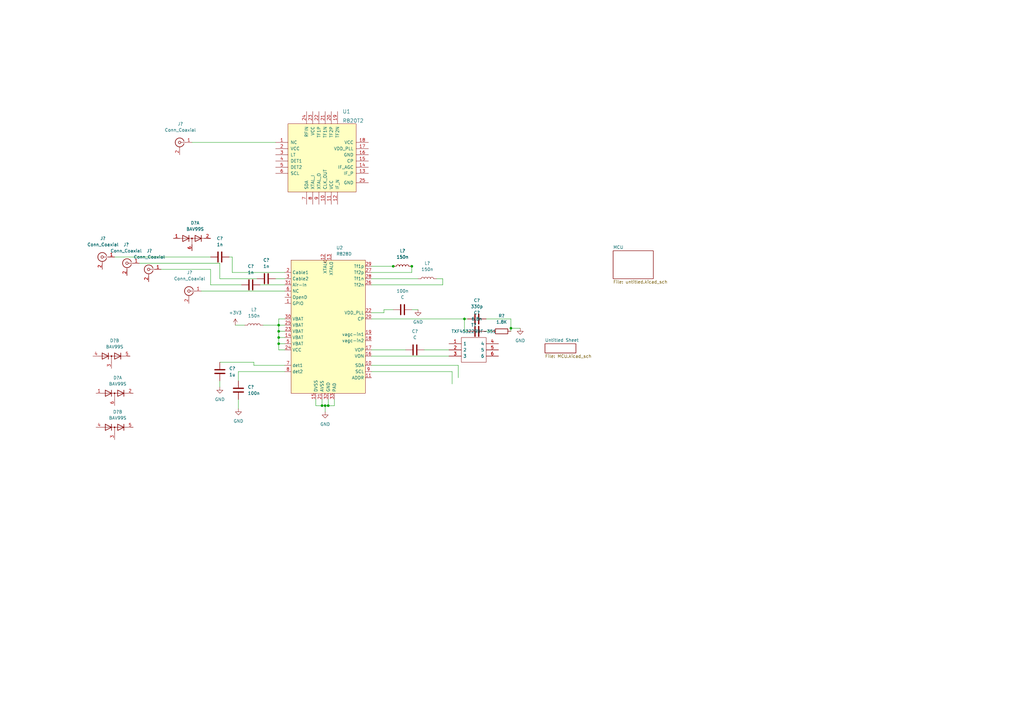
<source format=kicad_sch>
(kicad_sch (version 20211123) (generator eeschema)
  (paper "A3")
  (lib_symbols
    (symbol "Conn_Coaxial_1" (pin_names (offset 1.016) hide)
      (property "Reference" "J?" (at 0.3174 7.62 0))
      (property "Value" "Conn_Coaxial_1" (at 0.3174 5.08 0))
      (symbol "Conn_Coaxial_1_0_1"
        (arc (start -1.778 -0.508) (mid 0.2311 -1.8066) (end 1.778 0) (stroke (width 0.254)))
        (polyline (pts (xy -2.54 0) (xy -0.508 0)))
        (polyline (pts (xy 0 -2.54) (xy 0 -1.778)))
        (circle (center 0 0) (radius 0.508) (stroke (width 0.2032)))
        (arc (start 1.778 0) (mid 0.2099 1.8101) (end -1.778 0.508) (stroke (width 0.254)))
      )
      (symbol "Conn_Coaxial_1_1_1"
        (pin passive line (at -5.08 0 0) (length 2.54) (name "In") (number "1"))
        (pin passive line (at 0 -5.08 90) (length 2.54) (name "Ext") (number "2"))
      )
    )
    (symbol "Connector:Conn_Coaxial" (pin_names (offset 1.016) hide)
      (property "Reference" "J" (at 0.254 3.048 0))
      (property "Value" "Conn_Coaxial" (at 2.921 0 90))
      (symbol "Conn_Coaxial_0_1"
        (arc (start -1.778 -0.508) (mid 0.2311 -1.8066) (end 1.778 0) (stroke (width 0.254)))
        (polyline (pts (xy -2.54 0) (xy -0.508 0)))
        (polyline (pts (xy 0 -2.54) (xy 0 -1.778)))
        (circle (center 0 0) (radius 0.508) (stroke (width 0.2032)))
        (arc (start 1.778 0) (mid 0.2099 1.8101) (end -1.778 0.508) (stroke (width 0.254)))
      )
      (symbol "Conn_Coaxial_1_1"
        (pin passive line (at -5.08 0 0) (length 2.54) (name "In") (number "1"))
        (pin passive line (at 0 -5.08 90) (length 2.54) (name "Ext") (number "2"))
      )
    )
    (symbol "Device:C" (pin_numbers hide) (pin_names (offset 0.254))
      (property "Reference" "C" (at 0.635 2.54 0))
      (property "Value" "C" (at 0.635 -2.54 0))
      (symbol "C_0_1"
        (polyline (pts (xy -2.032 -0.762) (xy 2.032 -0.762)) (stroke (width 0.508)))
        (polyline (pts (xy -2.032 0.762) (xy 2.032 0.762)) (stroke (width 0.508)))
      )
      (symbol "C_1_1"
        (pin passive line (at 0 3.81 270) (length 2.794) (name "~") (number "1"))
        (pin passive line (at 0 -3.81 90) (length 2.794) (name "~") (number "2"))
      )
    )
    (symbol "Device:L" (pin_numbers hide) (pin_names (offset 1.016) hide)
      (property "Reference" "L" (at -1.27 0 90))
      (property "Value" "L" (at 1.905 0 90))
      (symbol "L_0_1"
        (arc (start 0 -2.54) (mid 0.635 -1.905) (end 0 -1.27))
        (arc (start 0 -1.27) (mid 0.635 -0.635) (end 0 0))
        (arc (start 0 0) (mid 0.635 0.635) (end 0 1.27))
        (arc (start 0 1.27) (mid 0.635 1.905) (end 0 2.54))
      )
      (symbol "L_1_1"
        (pin passive line (at 0 3.81 270) (length 1.27) (name "1") (number "1"))
        (pin passive line (at 0 -3.81 90) (length 1.27) (name "2") (number "2"))
      )
    )
    (symbol "Device:R" (pin_numbers hide) (pin_names (offset 0))
      (property "Reference" "R" (at 2.032 0 90))
      (property "Value" "R" (at 0 0 90))
      (symbol "R_0_1"
        (rectangle (start -1.016 -2.54) (end 1.016 2.54) (stroke (width 0.254)))
      )
      (symbol "R_1_1"
        (pin passive line (at 0 3.81 270) (length 1.27) (name "~") (number "1"))
        (pin passive line (at 0 -3.81 90) (length 1.27) (name "~") (number "2"))
      )
    )
    (symbol "Diode:BAV99S" (pin_names (offset 0.0254) hide)
      (property "Reference" "D" (at 0 2.54 0))
      (property "Value" "BAV99S" (at 0 5.08 0))
      (symbol "BAV99S_0_1"
        (polyline (pts (xy -5.08 0) (xy 5.08 0)))
        (polyline (pts (xy 0 0) (xy 0 -2.54)))
        (polyline (pts (xy -1.27 -1.27) (xy -1.27 1.27) (xy -1.27 1.27)) (stroke (width 0.254)))
        (polyline (pts (xy 3.81 1.27) (xy 3.81 -1.27) (xy 3.81 -1.27)) (stroke (width 0.254)))
        (polyline (pts (xy -3.81 1.27) (xy -1.27 0) (xy -3.81 -1.27) (xy -3.81 1.27) (xy -3.81 1.27) (xy -3.81 1.27)) (stroke (width 0.254)))
        (polyline (pts (xy 1.27 1.27) (xy 3.81 0) (xy 1.27 -1.27) (xy 1.27 1.27) (xy 1.27 1.27) (xy 1.27 1.27)) (stroke (width 0.254)))
        (circle (center 0 0) (radius 0.254) (fill (type outline)))
      )
      (symbol "BAV99S_1_1"
        (polyline (pts (xy 6.35 0) (xy 7.62 0)))
        (pin passive line (at -7.62 0 0) (length 2.54) (name "A1") (number "1"))
        (pin passive line (at 7.62 0 180) (length 2.54) (name "K2") (number "2"))
        (pin passive line (at 0 -5.08 90) (length 2.54) (name "K3A4") (number "6"))
      )
      (symbol "BAV99S_2_1"
        (polyline (pts (xy 6.35 0) (xy 7.62 0)))
        (pin passive line (at 0 -5.08 90) (length 2.54) (name "K1A2") (number "3"))
        (pin passive line (at -7.62 0 0) (length 2.54) (name "A3") (number "4"))
        (pin passive line (at 7.62 0 180) (length 2.54) (name "K4") (number "5"))
      )
    )
    (symbol "Samacsys:TXF453229NF-351" (pin_names (offset 0.762))
      (property "Reference" "T" (at 16.51 7.62 0))
      (property "Value" "TXF453229NF-351" (at 16.51 5.08 0))
      (symbol "TXF453229NF-351_0_0"
        (pin passive line (at 0 0 0) (length 5.08) (name "1") (number "1"))
        (pin passive line (at 0 -2.54 0) (length 5.08) (name "2") (number "2"))
        (pin passive line (at 0 -5.08 0) (length 5.08) (name "3") (number "3"))
        (pin passive line (at 20.32 0 180) (length 5.08) (name "4") (number "4"))
        (pin passive line (at 20.32 -2.54 180) (length 5.08) (name "5") (number "5"))
        (pin passive line (at 20.32 -5.08 180) (length 5.08) (name "6") (number "6"))
      )
      (symbol "TXF453229NF-351_0_1"
        (polyline (pts (xy 5.08 2.54) (xy 15.24 2.54) (xy 15.24 -7.62) (xy 5.08 -7.62) (xy 5.08 2.54)) (stroke (width 0.1524)))
      )
    )
    (symbol "power:+3V3" (power) (pin_names (offset 0))
      (property "Value" "+3V3" (at 0 3.556 0))
      (symbol "+3V3_0_1"
        (polyline (pts (xy -0.762 1.27) (xy 0 2.54)))
        (polyline (pts (xy 0 0) (xy 0 2.54)))
        (polyline (pts (xy 0 2.54) (xy 0.762 1.27)))
      )
      (symbol "+3V3_1_1"
        (pin power_in line (at 0 0 90) (length 0) hide (name "+3V3") (number "1"))
      )
    )
    (symbol "power:GND" (power) (pin_names (offset 0))
      (property "Value" "GND" (at 0 -3.81 0))
      (symbol "GND_0_1"
        (polyline (pts (xy 0 0) (xy 0 -1.27) (xy 1.27 -1.27) (xy 0 -2.54) (xy -1.27 -1.27) (xy 0 -1.27)))
      )
      (symbol "GND_1_1"
        (pin power_in line (at 0 0 270) (length 0) hide (name "GND") (number "1"))
      )
    )
    (symbol "tuner:R820T2" (pin_names (offset 1.016))
      (property "Reference" "U" (at -1.27 5.08 0))
      (property "Value" "R820T2" (at 0 0 0))
      (symbol "R820T2_0_1"
        (rectangle (start -13.97 13.97) (end 13.97 -13.97) (fill (type background)))
      )
      (symbol "R820T2_1_1"
        (pin passive line (at -19.05 6.35 0) (length 5.08) (name "NC") (number "1"))
        (pin output line (at 1.27 -19.05 90) (length 5.08) (name "CLK_OUT") (number "10"))
        (pin power_in line (at 3.81 -19.05 90) (length 5.08) (name "VCC") (number "11"))
        (pin output line (at 6.35 -19.05 90) (length 5.08) (name "IF_N") (number "12"))
        (pin output line (at 19.05 -6.35 180) (length 5.08) (name "IF_P") (number "13"))
        (pin input line (at 19.05 -3.81 180) (length 5.08) (name "IF_AGC") (number "14"))
        (pin passive line (at 19.05 -1.27 180) (length 5.08) (name "CP") (number "15"))
        (pin power_in line (at 19.05 1.27 180) (length 5.08) (name "GND") (number "16"))
        (pin passive line (at 19.05 3.81 180) (length 5.08) (name "VDD_PLL") (number "17"))
        (pin power_in line (at 19.05 6.35 180) (length 5.08) (name "VCC") (number "18"))
        (pin passive line (at 6.35 19.05 270) (length 5.08) (name "TF2N") (number "19"))
        (pin power_in line (at -19.05 3.81 0) (length 5.08) (name "VCC") (number "2"))
        (pin passive line (at 3.81 19.05 270) (length 5.08) (name "TF2P") (number "20"))
        (pin passive line (at 1.27 19.05 270) (length 5.08) (name "TF1N") (number "21"))
        (pin passive line (at -1.27 19.05 270) (length 5.08) (name "TF1P") (number "22"))
        (pin power_in line (at -3.81 19.05 270) (length 5.08) (name "VCC") (number "23"))
        (pin input line (at -6.35 19.05 270) (length 5.08) (name "RFIN") (number "24"))
        (pin power_in line (at 19.05 -10.16 180) (length 5.08) (name "GND") (number "25"))
        (pin output line (at -19.05 1.27 0) (length 5.08) (name "LT") (number "3"))
        (pin passive line (at -19.05 -1.27 0) (length 5.08) (name "DET1") (number "4"))
        (pin passive line (at -19.05 -3.81 0) (length 5.08) (name "DET2") (number "5"))
        (pin input line (at -19.05 -6.35 0) (length 5.08) (name "SCL") (number "6"))
        (pin bidirectional line (at -6.35 -19.05 90) (length 5.08) (name "SDA") (number "7"))
        (pin input line (at -3.81 -19.05 90) (length 5.08) (name "XTAL_I") (number "8"))
        (pin output line (at -1.27 -19.05 90) (length 5.08) (name "XTAL_O") (number "9"))
      )
    )
    (symbol "tuner:R828D"
      (property "Reference" "U2" (at 3.2894 31.75 0))
      (property "Value" "R828D" (at 3.2894 29.21 0))
      (symbol "R828D_0_1"
        (rectangle (start -15.24 26.67) (end 15.24 -27.94) (fill (type background)))
      )
      (symbol "R828D_1_1"
        (pin bidirectional line (at -17.78 8.89 0) (length 2.54) (name "GPIO") (number "1"))
        (pin bidirectional line (at 17.78 -16.51 180) (length 2.54) (name "SDA") (number "10"))
        (pin power_in line (at 17.78 -21.59 180) (length 2.54) (name "ADDR") (number "11"))
        (pin input clock (at -1.27 29.21 270) (length 2.54) (name "XTALI") (number "12"))
        (pin output line (at 1.27 29.21 270) (length 2.54) (name "XTALO") (number "13"))
        (pin power_in line (at -17.78 -5.08 0) (length 2.54) (name "VBAT") (number "14"))
        (pin power_in line (at -5.08 -30.48 90) (length 2.54) (name "DVSS") (number "15"))
        (pin output line (at 17.78 -12.7 180) (length 2.54) (name "VON") (number "16"))
        (pin output line (at 17.78 -10.16 180) (length 2.54) (name "VOP") (number "17"))
        (pin passive line (at 17.78 -6.35 180) (length 2.54) (name "vagc-in2") (number "18"))
        (pin passive line (at 17.78 -3.81 180) (length 2.54) (name "vagc-in1") (number "19"))
        (pin input line (at -17.78 21.59 0) (length 2.54) (name "Cable1") (number "2"))
        (pin passive line (at 17.78 2.54 180) (length 2.54) (name "CP") (number "20"))
        (pin power_in line (at -2.54 -30.48 90) (length 2.54) (name "AVSS") (number "21"))
        (pin passive line (at 17.78 5.08 180) (length 2.54) (name "VDD_PLL") (number "22"))
        (pin power_in line (at -17.78 -2.54 0) (length 2.54) (name "VBAT") (number "23"))
        (pin power_in line (at -17.78 -10.16 0) (length 2.54) (name "VCC") (number "24"))
        (pin power_in line (at -17.78 0 0) (length 2.54) (name "VBAT") (number "25"))
        (pin passive line (at 17.78 16.51 180) (length 2.54) (name "Tf2n") (number "26"))
        (pin passive line (at 17.78 21.59 180) (length 2.54) (name "Tf2p") (number "27"))
        (pin passive line (at 17.78 19.05 180) (length 2.54) (name "Tf1n") (number "28"))
        (pin passive line (at 17.78 24.13 180) (length 2.54) (name "Tf1p") (number "29"))
        (pin input line (at -17.78 19.05 0) (length 2.54) (name "Cable2") (number "3"))
        (pin power_in line (at -17.78 2.54 0) (length 2.54) (name "VBAT") (number "30"))
        (pin input line (at -17.78 16.51 0) (length 2.54) (name "Air-In") (number "31"))
        (pin power_in line (at 0 -30.48 90) (length 2.54) (name "GND") (number "32"))
        (pin power_in line (at 2.54 -30.48 90) (length 2.54) (name "PAD") (number "33"))
        (pin passive line (at -17.78 11.43 0) (length 2.54) (name "OpenD") (number "4"))
        (pin power_in line (at -17.78 -7.62 0) (length 2.54) (name "VBAT") (number "5"))
        (pin passive line (at -17.78 13.97 0) (length 2.54) (name "NC") (number "6"))
        (pin passive line (at -17.78 -16.51 0) (length 2.54) (name "det1") (number "7"))
        (pin passive line (at -17.78 -19.05 0) (length 2.54) (name "det2") (number "8"))
        (pin input line (at 17.78 -19.05 180) (length 2.54) (name "SCL") (number "9"))
      )
    )
  )
  (junction (at 132.08 166.37))
  (junction (at 134.62 166.37))
  (junction (at 209.55 134.62))
  (junction (at 114.3 135.89))
  (junction (at 133.35 166.37))
  (junction (at 190.5 130.81))
  (junction (at 114.3 140.97))
  (junction (at 114.3 138.43))
  (junction (at 161.29 109.22))
  (junction (at 114.3 133.35))
  (junction (at 168.91 109.22))
  (wire (pts (xy 152.4 116.84) (xy 181.61 116.84)))
  (wire (pts (xy 209.55 130.81) (xy 209.55 134.62)))
  (wire (pts (xy 116.84 138.43) (xy 114.3 138.43)))
  (wire (pts (xy 86.36 116.84) (xy 86.36 110.49)))
  (wire (pts (xy 190.5 130.81) (xy 191.77 130.81)))
  (wire (pts (xy 86.36 105.41) (xy 46.99 105.41)))
  (wire (pts (xy 116.84 149.86) (xy 104.14 149.86)))
  (wire (pts (xy 104.14 149.86) (xy 104.14 148.59)))
  (wire (pts (xy 191.77 135.89) (xy 190.5 135.89)))
  (wire (pts (xy 152.4 114.3) (xy 171.45 114.3)))
  (wire (pts (xy 132.08 166.37) (xy 133.35 166.37)))
  (wire (pts (xy 168.91 111.76) (xy 152.4 111.76)))
  (wire (pts (xy 114.3 140.97) (xy 114.3 138.43)))
  (wire (pts (xy 114.3 133.35) (xy 116.84 133.35)))
  (wire (pts (xy 116.84 114.3) (xy 113.03 114.3)))
  (wire (pts (xy 152.4 143.51) (xy 166.37 143.51)))
  (wire (pts (xy 116.84 140.97) (xy 114.3 140.97)))
  (wire (pts (xy 57.15 107.95) (xy 90.17 107.95)))
  (wire (pts (xy 95.25 111.76) (xy 95.25 105.41)))
  (wire (pts (xy 199.39 135.89) (xy 201.93 135.89)))
  (wire (pts (xy 105.41 114.3) (xy 90.17 114.3)))
  (wire (pts (xy 86.36 110.49) (xy 66.04 110.49)))
  (wire (pts (xy 152.4 128.27) (xy 157.48 128.27)))
  (wire (pts (xy 152.4 146.05) (xy 184.15 146.05)))
  (wire (pts (xy 199.39 130.81) (xy 209.55 130.81)))
  (wire (pts (xy 82.55 119.38) (xy 116.84 119.38)))
  (wire (pts (xy 104.14 148.59) (xy 90.17 148.59)))
  (wire (pts (xy 96.52 133.35) (xy 100.33 133.35)))
  (wire (pts (xy 152.4 152.4) (xy 185.42 152.4)))
  (wire (pts (xy 95.25 105.41) (xy 93.98 105.41)))
  (wire (pts (xy 97.79 163.83) (xy 97.79 167.64)))
  (wire (pts (xy 116.84 143.51) (xy 114.3 143.51)))
  (wire (pts (xy 132.08 163.83) (xy 132.08 166.37)))
  (wire (pts (xy 114.3 143.51) (xy 114.3 140.97)))
  (wire (pts (xy 116.84 152.4) (xy 97.79 152.4)))
  (wire (pts (xy 190.5 130.81) (xy 190.5 135.89)))
  (wire (pts (xy 181.61 114.3) (xy 179.07 114.3)))
  (wire (pts (xy 134.62 163.83) (xy 134.62 166.37)))
  (wire (pts (xy 116.84 130.81) (xy 114.3 130.81)))
  (wire (pts (xy 152.4 149.86) (xy 187.96 149.86)))
  (wire (pts (xy 114.3 135.89) (xy 114.3 133.35)))
  (wire (pts (xy 168.91 127) (xy 171.45 127)))
  (wire (pts (xy 133.35 166.37) (xy 134.62 166.37)))
  (wire (pts (xy 181.61 114.3) (xy 181.61 116.84)))
  (wire (pts (xy 168.91 109.22) (xy 168.91 111.76)))
  (wire (pts (xy 209.55 134.62) (xy 209.55 135.89)))
  (wire (pts (xy 107.95 133.35) (xy 114.3 133.35)))
  (wire (pts (xy 116.84 116.84) (xy 106.68 116.84)))
  (wire (pts (xy 114.3 138.43) (xy 114.3 135.89)))
  (wire (pts (xy 137.16 163.83) (xy 137.16 166.37)))
  (wire (pts (xy 152.4 109.22) (xy 161.29 109.22)))
  (wire (pts (xy 97.79 152.4) (xy 97.79 156.21)))
  (wire (pts (xy 152.4 130.81) (xy 190.5 130.81)))
  (wire (pts (xy 133.35 166.37) (xy 133.35 168.91)))
  (wire (pts (xy 78.74 58.42) (xy 113.03 58.42)))
  (wire (pts (xy 129.54 166.37) (xy 132.08 166.37)))
  (wire (pts (xy 137.16 166.37) (xy 134.62 166.37)))
  (wire (pts (xy 209.55 134.62) (xy 213.36 134.62)))
  (wire (pts (xy 129.54 163.83) (xy 129.54 166.37)))
  (wire (pts (xy 90.17 114.3) (xy 90.17 107.95)))
  (wire (pts (xy 185.42 152.4) (xy 185.42 157.48)))
  (wire (pts (xy 116.84 111.76) (xy 95.25 111.76)))
  (wire (pts (xy 173.99 143.51) (xy 184.15 143.51)))
  (wire (pts (xy 157.48 128.27) (xy 157.48 127)))
  (wire (pts (xy 187.96 149.86) (xy 187.96 154.94)))
  (wire (pts (xy 116.84 135.89) (xy 114.3 135.89)))
  (wire (pts (xy 157.48 127) (xy 161.29 127)))
  (wire (pts (xy 114.3 130.81) (xy 114.3 133.35)))
  (wire (pts (xy 99.06 116.84) (xy 86.36 116.84)))
  (wire (pts (xy 90.17 156.21) (xy 90.17 158.75)))
  (symbol (lib_id "Device:C") (at 97.79 160.02 0) (unit 1)
    (property "Reference" "C?" (at 101.6 158.7499 0) (effects (justify left)))
    (property "Value" "100n" (at 101.6 161.2899 0) (effects (justify left)))
  )
  (symbol (lib_id "Device:C") (at 195.58 130.81 90) (unit 1)
    (property "Reference" "C?" (at 195.58 123.19 90))
    (property "Value" "330p" (at 195.58 125.73 90))
  )
  (symbol (lib_id "power:GND") (at 133.35 168.91 0) (unit 1)
    (property "Reference" "#PWR?" (effects hide))
    (property "Value" "GND" (at 133.35 173.99 0))
  )
  (symbol (lib_id "Device:C") (at 90.17 152.4 0) (unit 1)
    (property "Reference" "C?" (at 93.98 151.1299 0) (effects (justify left)))
    (property "Value" "1u" (at 93.98 153.6699 0) (effects (justify left)))
  )
  (symbol (lib_id "tuner:R820T2") (at 132.08 64.77 0) (unit 1)
    (property "Reference" "U1" (at 140.4494 45.72 0) (effects (font (size 1.524 1.524)) (justify left)))
    (property "Value" "R820T2" (at 140.4494 49.53 0) (effects (font (size 1.524 1.524)) (justify left)))
    (property "Footprint" "Package_DFN_QFN:QFN-24-1EP_4x4mm_P0.5mm_EP2.15x2.15mm" (effects hide))
  )
  (symbol (lib_id "Device:L") (at 104.14 133.35 90) (unit 1)
    (property "Reference" "L?" (at 104.14 127 90))
    (property "Value" "150n" (at 104.14 129.54 90))
  )
  (symbol (lib_id "Connector:Conn_Coaxial") (at 77.47 119.38 0) (mirror y) (unit 1)
    (property "Reference" "J?" (at 77.7874 111.76 0))
    (property "Value" "Conn_Coaxial" (at 77.7874 114.3 0))
    (property "Footprint" "Connector_Coaxial:U.FL_Hirose_U.FL-R-SMT-1_Vertical" (effects hide))
    (property "Datasheet" " ~" (effects hide))
  )
  (symbol (lib_id "Device:C") (at 165.1 127 90) (unit 1)
    (property "Reference" "100n" (at 165.1 119.38 90))
    (property "Value" "C" (at 165.1 121.92 90))
  )
  (symbol (lib_id "power:GND") (at 90.17 158.75 0) (unit 1)
    (property "Reference" "#PWR?" (effects hide))
    (property "Value" "GND" (at 90.17 163.83 0))
  )
  (symbol (lib_id "tuner:R828D") (at 134.62 133.35 0) (unit 1)
    (property "Reference" "U2" (at 137.9094 101.6 0) (effects (justify left)))
    (property "Value" "R828D" (at 137.9094 104.14 0) (effects (justify left)))
    (property "Footprint" "Package_DFN_QFN:QFN-32-1EP_5x5mm_P0.5mm_EP3.1x3.1mm" (effects hide))
  )
  (symbol (lib_id "Device:R") (at 205.74 135.89 90) (unit 1)
    (property "Reference" "R?" (at 205.74 129.54 90))
    (property "Value" "1.8K" (at 205.74 132.08 90))
  )
  (symbol (lib_id "Samacsys:TXF453229NF-351") (at 184.15 140.97 0) (unit 1)
    (property "Reference" "T?" (at 194.31 133.35 0))
    (property "Value" "TXF453229NF-351" (at 194.31 135.89 0))
    (property "Footprint" "TXF453229NF351" (effects hide))
    (property "Datasheet" "https://datasheet.lcsc.com/szlcsc/TAITEC-TXF453229NF-351_C305234.pdf" (effects hide))
    (property "Description" "SMD Transformer" (effects hide))
    (property "Height" "2.9" (effects hide))
    (property "Manufacturer_Name" "TAI-TECH" (effects hide))
    (property "Manufacturer_Part_Number" "TXF453229NF-351" (effects hide))
  )
  (symbol (lib_id "Device:C") (at 102.87 116.84 90) (unit 1)
    (property "Reference" "C?" (at 102.87 109.22 90))
    (property "Value" "1n" (at 102.87 111.76 90))
  )
  (symbol (lib_id "power:GND") (at 171.45 127 0) (unit 1)
    (property "Reference" "#PWR?" (effects hide))
    (property "Value" "GND" (at 171.45 132.08 0))
  )
  (symbol (lib_id "Diode:BAV99S") (at 46.99 161.29 0) (unit 1)
    (property "Reference" "D?" (at 48.26 154.94 0))
    (property "Value" "BAV99S" (at 48.26 157.48 0))
    (property "Footprint" "Package_TO_SOT_SMD:SOT-363_SC-70-6" (effects hide))
    (property "Datasheet" "https://assets.nexperia.com/documents/data-sheet/BAV99_SER.pdf" (effects hide))
  )
  (symbol (lib_id "power:GND") (at 213.36 134.62 0) (unit 1)
    (property "Reference" "#PWR?" (effects hide))
    (property "Value" "GND" (at 213.36 139.7 0))
  )
  (symbol (lib_id "Device:L") (at 165.1 109.22 90) (unit 1)
    (property "Reference" "L?" (at 165.1 102.87 90))
    (property "Value" "150n" (at 165.1 105.41 90))
  )
  (symbol (lib_id "Diode:BAV99S") (at 46.99 175.26 0) (unit 2)
    (property "Reference" "D?" (at 48.26 168.91 0))
    (property "Value" "BAV99S" (at 48.26 171.45 0))
    (property "Footprint" "Package_TO_SOT_SMD:SOT-363_SC-70-6" (effects hide))
    (property "Datasheet" "https://assets.nexperia.com/documents/data-sheet/BAV99_SER.pdf" (effects hide))
  )
  (symbol (lib_id "Device:L") (at 165.1 109.22 90) (unit 1)
    (property "Reference" "L?" (at 165.1 102.87 90))
    (property "Value" "150n" (at 165.1 105.41 90))
  )
  (symbol (lib_name "Conn_Coaxial_1") (lib_id "Connector:Conn_Coaxial") (at 52.07 107.95 0) (mirror y) (unit 1)
    (property "Reference" "J?" (at 51.7526 100.33 0))
    (property "Value" "Conn_Coaxial" (at 51.7526 102.87 0))
    (property "Datasheet" " ~" (effects hide))
  )
  (symbol (lib_id "Device:L") (at 175.26 114.3 90) (unit 1)
    (property "Reference" "L?" (at 175.26 107.95 90))
    (property "Value" "150n" (at 175.26 110.49 90))
  )
  (symbol (lib_id "power:+3V3") (at 96.52 133.35 0) (unit 1)
    (property "Reference" "#PWR?" (effects hide))
    (property "Value" "+3V3" (at 96.52 128.27 0))
  )
  (symbol (lib_id "Connector:Conn_Coaxial") (at 41.91 105.41 0) (mirror y) (unit 1)
    (property "Reference" "J?" (at 42.2274 97.79 0))
    (property "Value" "Conn_Coaxial" (at 42.2274 100.33 0))
    (property "Footprint" "Connector_Coaxial:U.FL_Hirose_U.FL-R-SMT-1_Vertical" (effects hide))
    (property "Datasheet" " ~" (effects hide))
  )
  (symbol (lib_id "Connector:Conn_Coaxial") (at 60.96 110.49 0) (mirror y) (unit 1)
    (property "Reference" "J?" (at 61.2774 102.87 0))
    (property "Value" "Conn_Coaxial" (at 61.2774 105.41 0))
    (property "Footprint" "Connector_Coaxial:U.FL_Hirose_U.FL-R-SMT-1_Vertical" (effects hide))
    (property "Datasheet" " ~" (effects hide))
  )
  (symbol (lib_id "Device:C") (at 109.22 114.3 90) (unit 1)
    (property "Reference" "C?" (at 109.22 106.68 90))
    (property "Value" "1n" (at 109.22 109.22 90))
  )
  (symbol (lib_id "Diode:BAV99S") (at 78.74 97.79 0) (unit 1)
    (property "Reference" "D?" (at 80.01 91.44 0))
    (property "Value" "BAV99S" (at 80.01 93.98 0))
    (property "Footprint" "Package_TO_SOT_SMD:SOT-363_SC-70-6" (effects hide))
    (property "Datasheet" "https://assets.nexperia.com/documents/data-sheet/BAV99_SER.pdf" (effects hide))
  )
  (symbol (lib_id "Device:C") (at 195.58 135.89 90) (unit 1)
    (property "Reference" "C?" (at 195.58 128.27 90))
    (property "Value" "6.8n" (at 195.58 130.81 90))
  )
  (symbol (lib_id "Diode:BAV99S") (at 45.72 146.05 0) (unit 2)
    (property "Reference" "D?" (at 46.99 139.7 0))
    (property "Value" "BAV99S" (at 46.99 142.24 0))
    (property "Footprint" "Package_TO_SOT_SMD:SOT-363_SC-70-6" (effects hide))
    (property "Datasheet" "https://assets.nexperia.com/documents/data-sheet/BAV99_SER.pdf" (effects hide))
  )
  (symbol (lib_id "Device:C") (at 170.18 143.51 90) (unit 1)
    (property "Reference" "C?" (at 170.18 135.89 90))
    (property "Value" "C" (at 170.18 138.43 90))
  )
  (symbol (lib_id "Device:C") (at 90.17 105.41 90) (unit 1)
    (property "Reference" "C?" (at 90.17 97.79 90))
    (property "Value" "1n" (at 90.17 100.33 90))
  )
  (symbol (lib_id "power:GND") (at 97.79 167.64 0) (unit 1)
    (property "Reference" "#PWR?" (effects hide))
    (property "Value" "GND" (at 97.79 172.72 0))
  )
  (symbol (lib_id "Connector:Conn_Coaxial") (at 73.66 58.42 0) (mirror y) (unit 1)
    (property "Reference" "J?" (at 73.9774 50.8 0))
    (property "Value" "Conn_Coaxial" (at 73.9774 53.34 0))
    (property "Datasheet" " ~" (effects hide))
  )
  (sheet (at 251.46 102.87) (size 16.51 11.43) (stroke (width 0.1524))
    (property "Sheet name" "MCU" (at 251.46 102.1584 0) (effects (justify left bottom)))
    (property "Sheet file" "untitled.kicad_sch" (at 251.46 114.8846 0) (effects (justify left top)))
  )
  (sheet (at 223.52 140.97) (size 12.7 3.81) (stroke (width 0.1524))
    (property "Sheet name" "Untitled Sheet" (at 223.52 140.2584 0) (effects (justify left bottom)))
    (property "Sheet file" "MCU.kicad_sch" (at 223.52 145.3646 0) (effects (justify left top)))
  )
)
</source>
